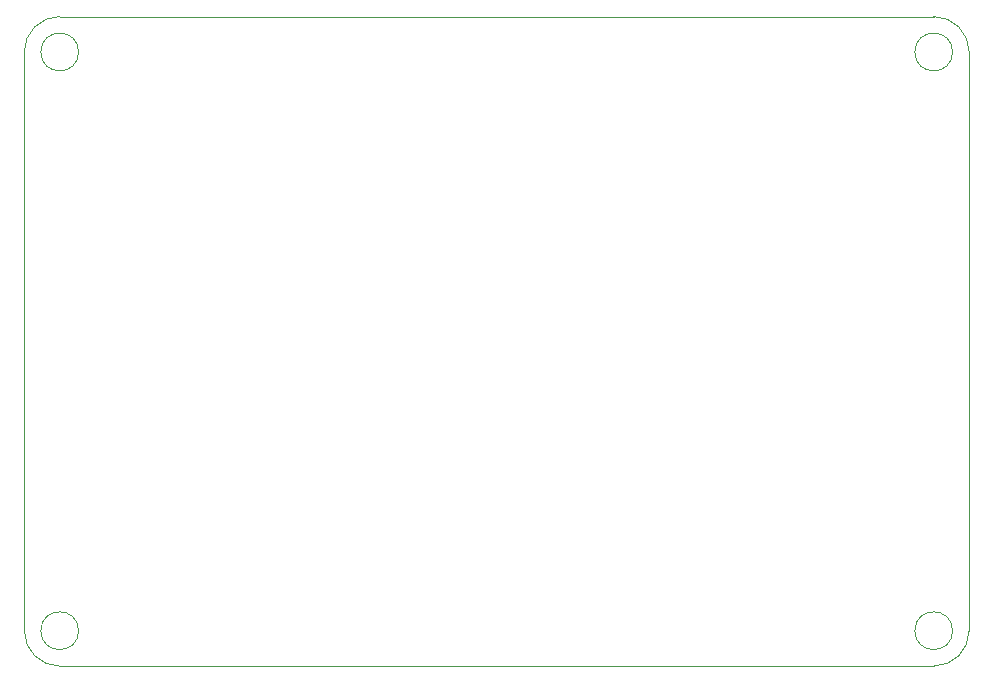
<source format=gm1>
%TF.GenerationSoftware,KiCad,Pcbnew,(6.0.6)*%
%TF.CreationDate,2022-07-07T23:15:42-04:00*%
%TF.ProjectId,Autohelm_ControlPanel,4175746f-6865-46c6-9d5f-436f6e74726f,rev?*%
%TF.SameCoordinates,Original*%
%TF.FileFunction,Profile,NP*%
%FSLAX46Y46*%
G04 Gerber Fmt 4.6, Leading zero omitted, Abs format (unit mm)*
G04 Created by KiCad (PCBNEW (6.0.6)) date 2022-07-07 23:15:42*
%MOMM*%
%LPD*%
G01*
G04 APERTURE LIST*
%TA.AperFunction,Profile*%
%ADD10C,0.100000*%
%TD*%
G04 APERTURE END LIST*
D10*
X178600000Y-68000000D02*
G75*
G03*
X178600000Y-68000000I-1600000J0D01*
G01*
X180000000Y-68000000D02*
G75*
G03*
X177000000Y-65000000I-3000000J0D01*
G01*
X100000000Y-117000000D02*
G75*
G03*
X103000000Y-120000000I3000000J0D01*
G01*
X100000000Y-68000000D02*
X100000000Y-117000000D01*
X103000000Y-65000000D02*
G75*
G03*
X100000000Y-68000000I0J-3000000D01*
G01*
X178600000Y-117000000D02*
G75*
G03*
X178600000Y-117000000I-1600000J0D01*
G01*
X103000000Y-65000000D02*
X177000000Y-65000000D01*
X104600000Y-117000000D02*
G75*
G03*
X104600000Y-117000000I-1600000J0D01*
G01*
X104600000Y-68000000D02*
G75*
G03*
X104600000Y-68000000I-1600000J0D01*
G01*
X103000000Y-120000000D02*
X177000000Y-120000000D01*
X177000000Y-120000000D02*
G75*
G03*
X180000000Y-117000000I0J3000000D01*
G01*
X180000000Y-117000000D02*
X180000000Y-68000000D01*
M02*

</source>
